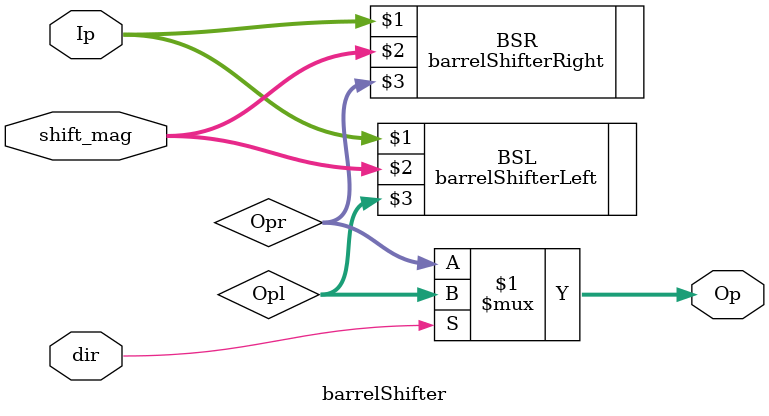
<source format=v>
`include "barrel_shifter_16bit_left.v"
`include "barrel_shifter_16bit_right.v"

module barrelShifter( Ip, shift_mag, dir, Op);
	input [16:1] Ip;
	input [4:1] shift_mag;
	input dir;				//left=0, right=1
	output [16:1] Op;
	
	wire [16:1] Opr, Opl;

	wire [16:1] sl, sr;
	barrelShifterRight BSR ( Ip, shift_mag, Opr); 
	barrelShifterLeft BSL ( Ip, shift_mag, Opl);
	
	assign Op=dir?Opl:Opr;
	
endmodule

</source>
